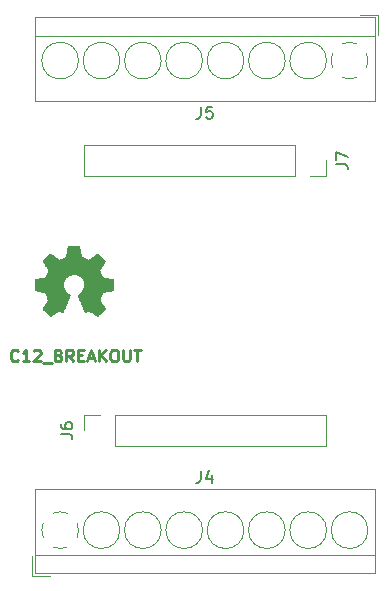
<source format=gbr>
G04 #@! TF.GenerationSoftware,KiCad,Pcbnew,5.1.5+dfsg1-2build2*
G04 #@! TF.CreationDate,2021-06-10T17:46:24-05:00*
G04 #@! TF.ProjectId,C12,4331322e-6b69-4636-9164-5f7063625858,rev?*
G04 #@! TF.SameCoordinates,Original*
G04 #@! TF.FileFunction,Legend,Top*
G04 #@! TF.FilePolarity,Positive*
%FSLAX46Y46*%
G04 Gerber Fmt 4.6, Leading zero omitted, Abs format (unit mm)*
G04 Created by KiCad (PCBNEW 5.1.5+dfsg1-2build2) date 2021-06-10 17:46:24*
%MOMM*%
%LPD*%
G04 APERTURE LIST*
%ADD10C,0.250000*%
%ADD11C,0.010000*%
%ADD12C,0.120000*%
%ADD13C,0.150000*%
G04 APERTURE END LIST*
D10*
X23233666Y-49633142D02*
X23186047Y-49680761D01*
X23043190Y-49728380D01*
X22947952Y-49728380D01*
X22805095Y-49680761D01*
X22709857Y-49585523D01*
X22662238Y-49490285D01*
X22614619Y-49299809D01*
X22614619Y-49156952D01*
X22662238Y-48966476D01*
X22709857Y-48871238D01*
X22805095Y-48776000D01*
X22947952Y-48728380D01*
X23043190Y-48728380D01*
X23186047Y-48776000D01*
X23233666Y-48823619D01*
X24186047Y-49728380D02*
X23614619Y-49728380D01*
X23900333Y-49728380D02*
X23900333Y-48728380D01*
X23805095Y-48871238D01*
X23709857Y-48966476D01*
X23614619Y-49014095D01*
X24567000Y-48823619D02*
X24614619Y-48776000D01*
X24709857Y-48728380D01*
X24947952Y-48728380D01*
X25043190Y-48776000D01*
X25090809Y-48823619D01*
X25138428Y-48918857D01*
X25138428Y-49014095D01*
X25090809Y-49156952D01*
X24519380Y-49728380D01*
X25138428Y-49728380D01*
X25328904Y-49823619D02*
X26090809Y-49823619D01*
X26662238Y-49204571D02*
X26805095Y-49252190D01*
X26852714Y-49299809D01*
X26900333Y-49395047D01*
X26900333Y-49537904D01*
X26852714Y-49633142D01*
X26805095Y-49680761D01*
X26709857Y-49728380D01*
X26328904Y-49728380D01*
X26328904Y-48728380D01*
X26662238Y-48728380D01*
X26757476Y-48776000D01*
X26805095Y-48823619D01*
X26852714Y-48918857D01*
X26852714Y-49014095D01*
X26805095Y-49109333D01*
X26757476Y-49156952D01*
X26662238Y-49204571D01*
X26328904Y-49204571D01*
X27900333Y-49728380D02*
X27567000Y-49252190D01*
X27328904Y-49728380D02*
X27328904Y-48728380D01*
X27709857Y-48728380D01*
X27805095Y-48776000D01*
X27852714Y-48823619D01*
X27900333Y-48918857D01*
X27900333Y-49061714D01*
X27852714Y-49156952D01*
X27805095Y-49204571D01*
X27709857Y-49252190D01*
X27328904Y-49252190D01*
X28328904Y-49204571D02*
X28662238Y-49204571D01*
X28805095Y-49728380D02*
X28328904Y-49728380D01*
X28328904Y-48728380D01*
X28805095Y-48728380D01*
X29186047Y-49442666D02*
X29662238Y-49442666D01*
X29090809Y-49728380D02*
X29424142Y-48728380D01*
X29757476Y-49728380D01*
X30090809Y-49728380D02*
X30090809Y-48728380D01*
X30662238Y-49728380D02*
X30233666Y-49156952D01*
X30662238Y-48728380D02*
X30090809Y-49299809D01*
X31281285Y-48728380D02*
X31471761Y-48728380D01*
X31567000Y-48776000D01*
X31662238Y-48871238D01*
X31709857Y-49061714D01*
X31709857Y-49395047D01*
X31662238Y-49585523D01*
X31567000Y-49680761D01*
X31471761Y-49728380D01*
X31281285Y-49728380D01*
X31186047Y-49680761D01*
X31090809Y-49585523D01*
X31043190Y-49395047D01*
X31043190Y-49061714D01*
X31090809Y-48871238D01*
X31186047Y-48776000D01*
X31281285Y-48728380D01*
X32138428Y-48728380D02*
X32138428Y-49537904D01*
X32186047Y-49633142D01*
X32233666Y-49680761D01*
X32328904Y-49728380D01*
X32519380Y-49728380D01*
X32614619Y-49680761D01*
X32662238Y-49633142D01*
X32709857Y-49537904D01*
X32709857Y-48728380D01*
X33043190Y-48728380D02*
X33614619Y-48728380D01*
X33328904Y-49728380D02*
X33328904Y-48728380D01*
D11*
G36*
X28495814Y-40394931D02*
G01*
X28579635Y-40839555D01*
X28888920Y-40967053D01*
X29198206Y-41094551D01*
X29569246Y-40842246D01*
X29673157Y-40771996D01*
X29767087Y-40709272D01*
X29846652Y-40656938D01*
X29907470Y-40617857D01*
X29945157Y-40594893D01*
X29955421Y-40589942D01*
X29973910Y-40602676D01*
X30013420Y-40637882D01*
X30069522Y-40691062D01*
X30137787Y-40757718D01*
X30213786Y-40833354D01*
X30293092Y-40913472D01*
X30371275Y-40993574D01*
X30443907Y-41069164D01*
X30506559Y-41135745D01*
X30554803Y-41188818D01*
X30584210Y-41223887D01*
X30591241Y-41235623D01*
X30581123Y-41257260D01*
X30552759Y-41304662D01*
X30509129Y-41373193D01*
X30453218Y-41458215D01*
X30388006Y-41555093D01*
X30350219Y-41610350D01*
X30281343Y-41711248D01*
X30220140Y-41802299D01*
X30169578Y-41878970D01*
X30132628Y-41936728D01*
X30112258Y-41971043D01*
X30109197Y-41978254D01*
X30116136Y-41998748D01*
X30135051Y-42046513D01*
X30163087Y-42114832D01*
X30197391Y-42196989D01*
X30235109Y-42286270D01*
X30273387Y-42375958D01*
X30309370Y-42459338D01*
X30340206Y-42529694D01*
X30363039Y-42580310D01*
X30375017Y-42604471D01*
X30375724Y-42605422D01*
X30394531Y-42610036D01*
X30444618Y-42620328D01*
X30520793Y-42635287D01*
X30617865Y-42653901D01*
X30730643Y-42675159D01*
X30796442Y-42687418D01*
X30916950Y-42710362D01*
X31025797Y-42732195D01*
X31117476Y-42751722D01*
X31186481Y-42767748D01*
X31227304Y-42779079D01*
X31235511Y-42782674D01*
X31243548Y-42807006D01*
X31250033Y-42861959D01*
X31254970Y-42941108D01*
X31258364Y-43038026D01*
X31260218Y-43146287D01*
X31260538Y-43259465D01*
X31259327Y-43371135D01*
X31256590Y-43474868D01*
X31252331Y-43564241D01*
X31246555Y-43632826D01*
X31239267Y-43674197D01*
X31234895Y-43682810D01*
X31208764Y-43693133D01*
X31153393Y-43707892D01*
X31076107Y-43725352D01*
X30984230Y-43743780D01*
X30952158Y-43749741D01*
X30797524Y-43778066D01*
X30675375Y-43800876D01*
X30581673Y-43819080D01*
X30512384Y-43833583D01*
X30463471Y-43845292D01*
X30430897Y-43855115D01*
X30410628Y-43863956D01*
X30398626Y-43872724D01*
X30396947Y-43874457D01*
X30380184Y-43902371D01*
X30354614Y-43956695D01*
X30322788Y-44030777D01*
X30287260Y-44117965D01*
X30250583Y-44211608D01*
X30215311Y-44305052D01*
X30183996Y-44391647D01*
X30159193Y-44464740D01*
X30143454Y-44517678D01*
X30139332Y-44543811D01*
X30139676Y-44544726D01*
X30153641Y-44566086D01*
X30185322Y-44613084D01*
X30231391Y-44680827D01*
X30288518Y-44764423D01*
X30353373Y-44858982D01*
X30371843Y-44885854D01*
X30437699Y-44983275D01*
X30495650Y-45072163D01*
X30542538Y-45147412D01*
X30575207Y-45203920D01*
X30590500Y-45236581D01*
X30591241Y-45240593D01*
X30578392Y-45261684D01*
X30542888Y-45303464D01*
X30489293Y-45361445D01*
X30422171Y-45431135D01*
X30346087Y-45508045D01*
X30265604Y-45587683D01*
X30185287Y-45665561D01*
X30109699Y-45737186D01*
X30043405Y-45798070D01*
X29990969Y-45843721D01*
X29956955Y-45869650D01*
X29947545Y-45873883D01*
X29925643Y-45863912D01*
X29880800Y-45837020D01*
X29820321Y-45797736D01*
X29773789Y-45766117D01*
X29689475Y-45708098D01*
X29589626Y-45639784D01*
X29489473Y-45571579D01*
X29435627Y-45535075D01*
X29253371Y-45411800D01*
X29100381Y-45494520D01*
X29030682Y-45530759D01*
X28971414Y-45558926D01*
X28931311Y-45574991D01*
X28921103Y-45577226D01*
X28908829Y-45560722D01*
X28884613Y-45514082D01*
X28850263Y-45441609D01*
X28807588Y-45347606D01*
X28758394Y-45236374D01*
X28704490Y-45112215D01*
X28647684Y-44979432D01*
X28589782Y-44842327D01*
X28532593Y-44705202D01*
X28477924Y-44572358D01*
X28427584Y-44448098D01*
X28383380Y-44336725D01*
X28347119Y-44242539D01*
X28320609Y-44169844D01*
X28305658Y-44122941D01*
X28303254Y-44106833D01*
X28322311Y-44086286D01*
X28364036Y-44052933D01*
X28419706Y-44013702D01*
X28424378Y-44010599D01*
X28568264Y-43895423D01*
X28684283Y-43761053D01*
X28771430Y-43611784D01*
X28828699Y-43451913D01*
X28855086Y-43285737D01*
X28849585Y-43117552D01*
X28811190Y-42951655D01*
X28738895Y-42792342D01*
X28717626Y-42757487D01*
X28606996Y-42616737D01*
X28476302Y-42503714D01*
X28330064Y-42419003D01*
X28172808Y-42363194D01*
X28009057Y-42336874D01*
X27843333Y-42340630D01*
X27680162Y-42375050D01*
X27524065Y-42440723D01*
X27379567Y-42538235D01*
X27334869Y-42577813D01*
X27221112Y-42701703D01*
X27138218Y-42832124D01*
X27081356Y-42978315D01*
X27049687Y-43123088D01*
X27041869Y-43285860D01*
X27067938Y-43449440D01*
X27125245Y-43608298D01*
X27211144Y-43756906D01*
X27322986Y-43889735D01*
X27458123Y-44001256D01*
X27475883Y-44013011D01*
X27532150Y-44051508D01*
X27574923Y-44084863D01*
X27595372Y-44106160D01*
X27595669Y-44106833D01*
X27591279Y-44129871D01*
X27573876Y-44182157D01*
X27545268Y-44259390D01*
X27507265Y-44357268D01*
X27461674Y-44471491D01*
X27410303Y-44597758D01*
X27354962Y-44731767D01*
X27297458Y-44869218D01*
X27239601Y-45005808D01*
X27183198Y-45137237D01*
X27130058Y-45259205D01*
X27081990Y-45367409D01*
X27040801Y-45457549D01*
X27008301Y-45525323D01*
X26986297Y-45566430D01*
X26977436Y-45577226D01*
X26950360Y-45568819D01*
X26899697Y-45546272D01*
X26834183Y-45513613D01*
X26798159Y-45494520D01*
X26645168Y-45411800D01*
X26462912Y-45535075D01*
X26369875Y-45598228D01*
X26268015Y-45667727D01*
X26172562Y-45733165D01*
X26124750Y-45766117D01*
X26057505Y-45811273D01*
X26000564Y-45847057D01*
X25961354Y-45868938D01*
X25948619Y-45873563D01*
X25930083Y-45861085D01*
X25889059Y-45826252D01*
X25829525Y-45772678D01*
X25755458Y-45703983D01*
X25670835Y-45623781D01*
X25617315Y-45572286D01*
X25523681Y-45480286D01*
X25442759Y-45397999D01*
X25377823Y-45328945D01*
X25332142Y-45276644D01*
X25308989Y-45244616D01*
X25306768Y-45238116D01*
X25317076Y-45213394D01*
X25345561Y-45163405D01*
X25389063Y-45093212D01*
X25444423Y-45007875D01*
X25508480Y-44912456D01*
X25526697Y-44885854D01*
X25593073Y-44789167D01*
X25652622Y-44702117D01*
X25702016Y-44629595D01*
X25737925Y-44576493D01*
X25757019Y-44547703D01*
X25758864Y-44544726D01*
X25756105Y-44521782D01*
X25741462Y-44471336D01*
X25717487Y-44400041D01*
X25686734Y-44314547D01*
X25651756Y-44221507D01*
X25615107Y-44127574D01*
X25579339Y-44039399D01*
X25547006Y-43963634D01*
X25520662Y-43906931D01*
X25502858Y-43875943D01*
X25501593Y-43874457D01*
X25490706Y-43865601D01*
X25472318Y-43856843D01*
X25442394Y-43847277D01*
X25396897Y-43835996D01*
X25331791Y-43822093D01*
X25243039Y-43804663D01*
X25126607Y-43782798D01*
X24978458Y-43755591D01*
X24946382Y-43749741D01*
X24851314Y-43731374D01*
X24768435Y-43713405D01*
X24705070Y-43697569D01*
X24668542Y-43685600D01*
X24663644Y-43682810D01*
X24655573Y-43658072D01*
X24649013Y-43602790D01*
X24643967Y-43523389D01*
X24640441Y-43426296D01*
X24638439Y-43317938D01*
X24637964Y-43204740D01*
X24639023Y-43093128D01*
X24641618Y-42989529D01*
X24645754Y-42900368D01*
X24651437Y-42832072D01*
X24658669Y-42791066D01*
X24663029Y-42782674D01*
X24687302Y-42774208D01*
X24742574Y-42760435D01*
X24823338Y-42742550D01*
X24924088Y-42721748D01*
X25039317Y-42699223D01*
X25102098Y-42687418D01*
X25221213Y-42665151D01*
X25327435Y-42644979D01*
X25415573Y-42627915D01*
X25480434Y-42614969D01*
X25516826Y-42607155D01*
X25522816Y-42605422D01*
X25532939Y-42585890D01*
X25554338Y-42538843D01*
X25584161Y-42471003D01*
X25619555Y-42389091D01*
X25657668Y-42299828D01*
X25695647Y-42209935D01*
X25730640Y-42126135D01*
X25759794Y-42055147D01*
X25780257Y-42003694D01*
X25789177Y-41978497D01*
X25789343Y-41977396D01*
X25779231Y-41957519D01*
X25750883Y-41911777D01*
X25707277Y-41844717D01*
X25651394Y-41760884D01*
X25586213Y-41664826D01*
X25548321Y-41609650D01*
X25479275Y-41508481D01*
X25417950Y-41416630D01*
X25367337Y-41338744D01*
X25330429Y-41279469D01*
X25310218Y-41243451D01*
X25307299Y-41235377D01*
X25319847Y-41216584D01*
X25354537Y-41176457D01*
X25406937Y-41119493D01*
X25472616Y-41050185D01*
X25547144Y-40973031D01*
X25626087Y-40892525D01*
X25705017Y-40813163D01*
X25779500Y-40739440D01*
X25845106Y-40675852D01*
X25897404Y-40626894D01*
X25931961Y-40597061D01*
X25943522Y-40589942D01*
X25962346Y-40599953D01*
X26007369Y-40628078D01*
X26074213Y-40671454D01*
X26158501Y-40727218D01*
X26255856Y-40792506D01*
X26329293Y-40842246D01*
X26700333Y-41094551D01*
X27318905Y-40839555D01*
X27402725Y-40394931D01*
X27486546Y-39950307D01*
X28411994Y-39950307D01*
X28495814Y-40394931D01*
G37*
X28495814Y-40394931D02*
X28579635Y-40839555D01*
X28888920Y-40967053D01*
X29198206Y-41094551D01*
X29569246Y-40842246D01*
X29673157Y-40771996D01*
X29767087Y-40709272D01*
X29846652Y-40656938D01*
X29907470Y-40617857D01*
X29945157Y-40594893D01*
X29955421Y-40589942D01*
X29973910Y-40602676D01*
X30013420Y-40637882D01*
X30069522Y-40691062D01*
X30137787Y-40757718D01*
X30213786Y-40833354D01*
X30293092Y-40913472D01*
X30371275Y-40993574D01*
X30443907Y-41069164D01*
X30506559Y-41135745D01*
X30554803Y-41188818D01*
X30584210Y-41223887D01*
X30591241Y-41235623D01*
X30581123Y-41257260D01*
X30552759Y-41304662D01*
X30509129Y-41373193D01*
X30453218Y-41458215D01*
X30388006Y-41555093D01*
X30350219Y-41610350D01*
X30281343Y-41711248D01*
X30220140Y-41802299D01*
X30169578Y-41878970D01*
X30132628Y-41936728D01*
X30112258Y-41971043D01*
X30109197Y-41978254D01*
X30116136Y-41998748D01*
X30135051Y-42046513D01*
X30163087Y-42114832D01*
X30197391Y-42196989D01*
X30235109Y-42286270D01*
X30273387Y-42375958D01*
X30309370Y-42459338D01*
X30340206Y-42529694D01*
X30363039Y-42580310D01*
X30375017Y-42604471D01*
X30375724Y-42605422D01*
X30394531Y-42610036D01*
X30444618Y-42620328D01*
X30520793Y-42635287D01*
X30617865Y-42653901D01*
X30730643Y-42675159D01*
X30796442Y-42687418D01*
X30916950Y-42710362D01*
X31025797Y-42732195D01*
X31117476Y-42751722D01*
X31186481Y-42767748D01*
X31227304Y-42779079D01*
X31235511Y-42782674D01*
X31243548Y-42807006D01*
X31250033Y-42861959D01*
X31254970Y-42941108D01*
X31258364Y-43038026D01*
X31260218Y-43146287D01*
X31260538Y-43259465D01*
X31259327Y-43371135D01*
X31256590Y-43474868D01*
X31252331Y-43564241D01*
X31246555Y-43632826D01*
X31239267Y-43674197D01*
X31234895Y-43682810D01*
X31208764Y-43693133D01*
X31153393Y-43707892D01*
X31076107Y-43725352D01*
X30984230Y-43743780D01*
X30952158Y-43749741D01*
X30797524Y-43778066D01*
X30675375Y-43800876D01*
X30581673Y-43819080D01*
X30512384Y-43833583D01*
X30463471Y-43845292D01*
X30430897Y-43855115D01*
X30410628Y-43863956D01*
X30398626Y-43872724D01*
X30396947Y-43874457D01*
X30380184Y-43902371D01*
X30354614Y-43956695D01*
X30322788Y-44030777D01*
X30287260Y-44117965D01*
X30250583Y-44211608D01*
X30215311Y-44305052D01*
X30183996Y-44391647D01*
X30159193Y-44464740D01*
X30143454Y-44517678D01*
X30139332Y-44543811D01*
X30139676Y-44544726D01*
X30153641Y-44566086D01*
X30185322Y-44613084D01*
X30231391Y-44680827D01*
X30288518Y-44764423D01*
X30353373Y-44858982D01*
X30371843Y-44885854D01*
X30437699Y-44983275D01*
X30495650Y-45072163D01*
X30542538Y-45147412D01*
X30575207Y-45203920D01*
X30590500Y-45236581D01*
X30591241Y-45240593D01*
X30578392Y-45261684D01*
X30542888Y-45303464D01*
X30489293Y-45361445D01*
X30422171Y-45431135D01*
X30346087Y-45508045D01*
X30265604Y-45587683D01*
X30185287Y-45665561D01*
X30109699Y-45737186D01*
X30043405Y-45798070D01*
X29990969Y-45843721D01*
X29956955Y-45869650D01*
X29947545Y-45873883D01*
X29925643Y-45863912D01*
X29880800Y-45837020D01*
X29820321Y-45797736D01*
X29773789Y-45766117D01*
X29689475Y-45708098D01*
X29589626Y-45639784D01*
X29489473Y-45571579D01*
X29435627Y-45535075D01*
X29253371Y-45411800D01*
X29100381Y-45494520D01*
X29030682Y-45530759D01*
X28971414Y-45558926D01*
X28931311Y-45574991D01*
X28921103Y-45577226D01*
X28908829Y-45560722D01*
X28884613Y-45514082D01*
X28850263Y-45441609D01*
X28807588Y-45347606D01*
X28758394Y-45236374D01*
X28704490Y-45112215D01*
X28647684Y-44979432D01*
X28589782Y-44842327D01*
X28532593Y-44705202D01*
X28477924Y-44572358D01*
X28427584Y-44448098D01*
X28383380Y-44336725D01*
X28347119Y-44242539D01*
X28320609Y-44169844D01*
X28305658Y-44122941D01*
X28303254Y-44106833D01*
X28322311Y-44086286D01*
X28364036Y-44052933D01*
X28419706Y-44013702D01*
X28424378Y-44010599D01*
X28568264Y-43895423D01*
X28684283Y-43761053D01*
X28771430Y-43611784D01*
X28828699Y-43451913D01*
X28855086Y-43285737D01*
X28849585Y-43117552D01*
X28811190Y-42951655D01*
X28738895Y-42792342D01*
X28717626Y-42757487D01*
X28606996Y-42616737D01*
X28476302Y-42503714D01*
X28330064Y-42419003D01*
X28172808Y-42363194D01*
X28009057Y-42336874D01*
X27843333Y-42340630D01*
X27680162Y-42375050D01*
X27524065Y-42440723D01*
X27379567Y-42538235D01*
X27334869Y-42577813D01*
X27221112Y-42701703D01*
X27138218Y-42832124D01*
X27081356Y-42978315D01*
X27049687Y-43123088D01*
X27041869Y-43285860D01*
X27067938Y-43449440D01*
X27125245Y-43608298D01*
X27211144Y-43756906D01*
X27322986Y-43889735D01*
X27458123Y-44001256D01*
X27475883Y-44013011D01*
X27532150Y-44051508D01*
X27574923Y-44084863D01*
X27595372Y-44106160D01*
X27595669Y-44106833D01*
X27591279Y-44129871D01*
X27573876Y-44182157D01*
X27545268Y-44259390D01*
X27507265Y-44357268D01*
X27461674Y-44471491D01*
X27410303Y-44597758D01*
X27354962Y-44731767D01*
X27297458Y-44869218D01*
X27239601Y-45005808D01*
X27183198Y-45137237D01*
X27130058Y-45259205D01*
X27081990Y-45367409D01*
X27040801Y-45457549D01*
X27008301Y-45525323D01*
X26986297Y-45566430D01*
X26977436Y-45577226D01*
X26950360Y-45568819D01*
X26899697Y-45546272D01*
X26834183Y-45513613D01*
X26798159Y-45494520D01*
X26645168Y-45411800D01*
X26462912Y-45535075D01*
X26369875Y-45598228D01*
X26268015Y-45667727D01*
X26172562Y-45733165D01*
X26124750Y-45766117D01*
X26057505Y-45811273D01*
X26000564Y-45847057D01*
X25961354Y-45868938D01*
X25948619Y-45873563D01*
X25930083Y-45861085D01*
X25889059Y-45826252D01*
X25829525Y-45772678D01*
X25755458Y-45703983D01*
X25670835Y-45623781D01*
X25617315Y-45572286D01*
X25523681Y-45480286D01*
X25442759Y-45397999D01*
X25377823Y-45328945D01*
X25332142Y-45276644D01*
X25308989Y-45244616D01*
X25306768Y-45238116D01*
X25317076Y-45213394D01*
X25345561Y-45163405D01*
X25389063Y-45093212D01*
X25444423Y-45007875D01*
X25508480Y-44912456D01*
X25526697Y-44885854D01*
X25593073Y-44789167D01*
X25652622Y-44702117D01*
X25702016Y-44629595D01*
X25737925Y-44576493D01*
X25757019Y-44547703D01*
X25758864Y-44544726D01*
X25756105Y-44521782D01*
X25741462Y-44471336D01*
X25717487Y-44400041D01*
X25686734Y-44314547D01*
X25651756Y-44221507D01*
X25615107Y-44127574D01*
X25579339Y-44039399D01*
X25547006Y-43963634D01*
X25520662Y-43906931D01*
X25502858Y-43875943D01*
X25501593Y-43874457D01*
X25490706Y-43865601D01*
X25472318Y-43856843D01*
X25442394Y-43847277D01*
X25396897Y-43835996D01*
X25331791Y-43822093D01*
X25243039Y-43804663D01*
X25126607Y-43782798D01*
X24978458Y-43755591D01*
X24946382Y-43749741D01*
X24851314Y-43731374D01*
X24768435Y-43713405D01*
X24705070Y-43697569D01*
X24668542Y-43685600D01*
X24663644Y-43682810D01*
X24655573Y-43658072D01*
X24649013Y-43602790D01*
X24643967Y-43523389D01*
X24640441Y-43426296D01*
X24638439Y-43317938D01*
X24637964Y-43204740D01*
X24639023Y-43093128D01*
X24641618Y-42989529D01*
X24645754Y-42900368D01*
X24651437Y-42832072D01*
X24658669Y-42791066D01*
X24663029Y-42782674D01*
X24687302Y-42774208D01*
X24742574Y-42760435D01*
X24823338Y-42742550D01*
X24924088Y-42721748D01*
X25039317Y-42699223D01*
X25102098Y-42687418D01*
X25221213Y-42665151D01*
X25327435Y-42644979D01*
X25415573Y-42627915D01*
X25480434Y-42614969D01*
X25516826Y-42607155D01*
X25522816Y-42605422D01*
X25532939Y-42585890D01*
X25554338Y-42538843D01*
X25584161Y-42471003D01*
X25619555Y-42389091D01*
X25657668Y-42299828D01*
X25695647Y-42209935D01*
X25730640Y-42126135D01*
X25759794Y-42055147D01*
X25780257Y-42003694D01*
X25789177Y-41978497D01*
X25789343Y-41977396D01*
X25779231Y-41957519D01*
X25750883Y-41911777D01*
X25707277Y-41844717D01*
X25651394Y-41760884D01*
X25586213Y-41664826D01*
X25548321Y-41609650D01*
X25479275Y-41508481D01*
X25417950Y-41416630D01*
X25367337Y-41338744D01*
X25330429Y-41279469D01*
X25310218Y-41243451D01*
X25307299Y-41235377D01*
X25319847Y-41216584D01*
X25354537Y-41176457D01*
X25406937Y-41119493D01*
X25472616Y-41050185D01*
X25547144Y-40973031D01*
X25626087Y-40892525D01*
X25705017Y-40813163D01*
X25779500Y-40739440D01*
X25845106Y-40675852D01*
X25897404Y-40626894D01*
X25931961Y-40597061D01*
X25943522Y-40589942D01*
X25962346Y-40599953D01*
X26007369Y-40628078D01*
X26074213Y-40671454D01*
X26158501Y-40727218D01*
X26255856Y-40792506D01*
X26329293Y-40842246D01*
X26700333Y-41094551D01*
X27318905Y-40839555D01*
X27402725Y-40394931D01*
X27486546Y-39950307D01*
X28411994Y-39950307D01*
X28495814Y-40394931D01*
D12*
X49270000Y-32700000D02*
X49270000Y-34030000D01*
X49270000Y-34030000D02*
X47940000Y-34030000D01*
X46670000Y-34030000D02*
X28830000Y-34030000D01*
X28830000Y-31370000D02*
X28830000Y-34030000D01*
X46670000Y-31370000D02*
X28830000Y-31370000D01*
X46670000Y-31370000D02*
X46670000Y-34030000D01*
X28830000Y-55560000D02*
X28830000Y-54230000D01*
X28830000Y-54230000D02*
X30160000Y-54230000D01*
X31430000Y-54230000D02*
X49270000Y-54230000D01*
X49270000Y-56890000D02*
X49270000Y-54230000D01*
X31430000Y-56890000D02*
X49270000Y-56890000D01*
X31430000Y-56890000D02*
X31430000Y-54230000D01*
X53700000Y-20352000D02*
X52200000Y-20352000D01*
X53700000Y-22092000D02*
X53700000Y-20352000D01*
X24640000Y-27712000D02*
X24640000Y-20592000D01*
X53460000Y-27712000D02*
X53460000Y-20592000D01*
X53460000Y-20592000D02*
X24640000Y-20592000D01*
X53460000Y-27712000D02*
X24640000Y-27712000D01*
X53460000Y-22152000D02*
X24640000Y-22152000D01*
X28355000Y-24252000D02*
G75*
G03X28355000Y-24252000I-1555000J0D01*
G01*
X31855000Y-24252000D02*
G75*
G03X31855000Y-24252000I-1555000J0D01*
G01*
X35355000Y-24252000D02*
G75*
G03X35355000Y-24252000I-1555000J0D01*
G01*
X38855000Y-24252000D02*
G75*
G03X38855000Y-24252000I-1555000J0D01*
G01*
X42355000Y-24252000D02*
G75*
G03X42355000Y-24252000I-1555000J0D01*
G01*
X45855000Y-24252000D02*
G75*
G03X45855000Y-24252000I-1555000J0D01*
G01*
X49355000Y-24252000D02*
G75*
G03X49355000Y-24252000I-1555000J0D01*
G01*
X51272989Y-22696508D02*
G75*
G02X51908000Y-22820000I27011J-1555492D01*
G01*
X52732109Y-23644258D02*
G75*
G02X52732000Y-24860000I-1432109J-607742D01*
G01*
X51907742Y-25684109D02*
G75*
G02X50692000Y-25684000I-607742J1432109D01*
G01*
X49867891Y-24859742D02*
G75*
G02X49868000Y-23644000I1432109J607742D01*
G01*
X50692413Y-22820615D02*
G75*
G02X51300000Y-22697000I607587J-1431385D01*
G01*
X24400000Y-67908000D02*
X25900000Y-67908000D01*
X24400000Y-66168000D02*
X24400000Y-67908000D01*
X53460000Y-60548000D02*
X53460000Y-67668000D01*
X24640000Y-60548000D02*
X24640000Y-67668000D01*
X24640000Y-67668000D02*
X53460000Y-67668000D01*
X24640000Y-60548000D02*
X53460000Y-60548000D01*
X24640000Y-66108000D02*
X53460000Y-66108000D01*
X52855000Y-64008000D02*
G75*
G03X52855000Y-64008000I-1555000J0D01*
G01*
X49355000Y-64008000D02*
G75*
G03X49355000Y-64008000I-1555000J0D01*
G01*
X45855000Y-64008000D02*
G75*
G03X45855000Y-64008000I-1555000J0D01*
G01*
X42355000Y-64008000D02*
G75*
G03X42355000Y-64008000I-1555000J0D01*
G01*
X38855000Y-64008000D02*
G75*
G03X38855000Y-64008000I-1555000J0D01*
G01*
X35355000Y-64008000D02*
G75*
G03X35355000Y-64008000I-1555000J0D01*
G01*
X31855000Y-64008000D02*
G75*
G03X31855000Y-64008000I-1555000J0D01*
G01*
X26827011Y-65563492D02*
G75*
G02X26192000Y-65440000I-27011J1555492D01*
G01*
X25367891Y-64615742D02*
G75*
G02X25368000Y-63400000I1432109J607742D01*
G01*
X26192258Y-62575891D02*
G75*
G02X27408000Y-62576000I607742J-1432109D01*
G01*
X28232109Y-63400258D02*
G75*
G02X28232000Y-64616000I-1432109J-607742D01*
G01*
X27407587Y-65439385D02*
G75*
G02X26800000Y-65563000I-607587J1431385D01*
G01*
D13*
X50162380Y-33033333D02*
X50876666Y-33033333D01*
X51019523Y-33080952D01*
X51114761Y-33176190D01*
X51162380Y-33319047D01*
X51162380Y-33414285D01*
X50162380Y-32652380D02*
X50162380Y-31985714D01*
X51162380Y-32414285D01*
X26842380Y-55893333D02*
X27556666Y-55893333D01*
X27699523Y-55940952D01*
X27794761Y-56036190D01*
X27842380Y-56179047D01*
X27842380Y-56274285D01*
X26842380Y-54988571D02*
X26842380Y-55179047D01*
X26890000Y-55274285D01*
X26937619Y-55321904D01*
X27080476Y-55417142D01*
X27270952Y-55464761D01*
X27651904Y-55464761D01*
X27747142Y-55417142D01*
X27794761Y-55369523D01*
X27842380Y-55274285D01*
X27842380Y-55083809D01*
X27794761Y-54988571D01*
X27747142Y-54940952D01*
X27651904Y-54893333D01*
X27413809Y-54893333D01*
X27318571Y-54940952D01*
X27270952Y-54988571D01*
X27223333Y-55083809D01*
X27223333Y-55274285D01*
X27270952Y-55369523D01*
X27318571Y-55417142D01*
X27413809Y-55464761D01*
X38716666Y-28164380D02*
X38716666Y-28878666D01*
X38669047Y-29021523D01*
X38573809Y-29116761D01*
X38430952Y-29164380D01*
X38335714Y-29164380D01*
X39669047Y-28164380D02*
X39192857Y-28164380D01*
X39145238Y-28640571D01*
X39192857Y-28592952D01*
X39288095Y-28545333D01*
X39526190Y-28545333D01*
X39621428Y-28592952D01*
X39669047Y-28640571D01*
X39716666Y-28735809D01*
X39716666Y-28973904D01*
X39669047Y-29069142D01*
X39621428Y-29116761D01*
X39526190Y-29164380D01*
X39288095Y-29164380D01*
X39192857Y-29116761D01*
X39145238Y-29069142D01*
X38716666Y-59000380D02*
X38716666Y-59714666D01*
X38669047Y-59857523D01*
X38573809Y-59952761D01*
X38430952Y-60000380D01*
X38335714Y-60000380D01*
X39621428Y-59333714D02*
X39621428Y-60000380D01*
X39383333Y-58952761D02*
X39145238Y-59667047D01*
X39764285Y-59667047D01*
M02*

</source>
